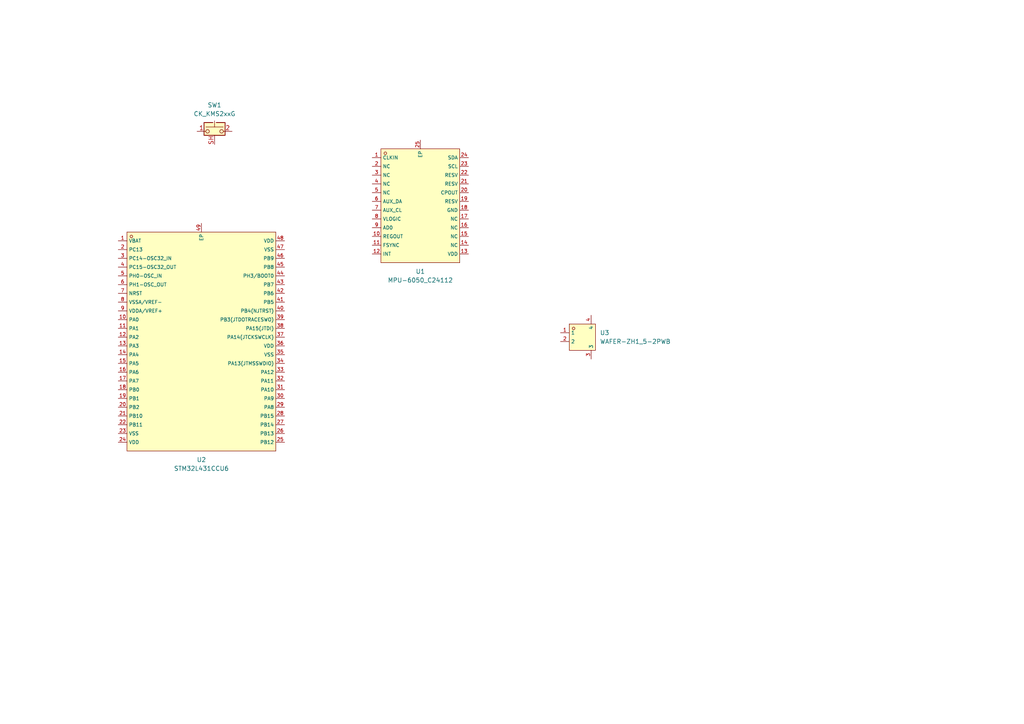
<source format=kicad_sch>
(kicad_sch (version 20231120) (generator "eeschema") (generator_version "8.0")
  (paper "A4")
  (lib_symbols
    (symbol "Switch:CK_KMS2xxG" (pin_names (offset 1.016) hide)
      (property "Reference" "SW" (at 4.318 2.032 0))
      (property "Value" "CK_KMS2xxG" (at 0 4.572 0))
      (symbol "CK_KMS2xxG_0_1"
        (circle (center -2.032 0) (radius 0.508))
        (polyline (pts (xy 0 1.27) (xy 0 3.048)))
        (polyline (pts (xy 2.54 1.27) (xy -2.54 1.27)))
        (polyline (pts (xy 0.508 2.54) (xy 3.048 2.54) (xy 3.048 -1.143) (xy -3.048 -1.143) (xy -3.048 2.54) (xy -0.508 2.54)) (stroke (width -0.0254)))
        (polyline (pts (xy 0.508 2.54) (xy 3.048 2.54) (xy 3.048 -1.143) (xy -3.048 -1.143) (xy -3.048 2.54) (xy -0.508 2.54)) (stroke (width 0.254)))
        (circle (center 2.032 0) (radius 0.508))
        (pin passive line (at -5.08 0 0) (length 2.54) (name "1") (number "1"))
        (pin passive line (at 5.08 0 180) (length 2.54) (name "2") (number "2"))
      )
      (symbol "CK_KMS2xxG_1_1"
        (rectangle (start -3.048 2.54) (end 3.048 -1.27) (stroke (width -0.0254)) (fill (type background)))
        (pin passive line (at 0 -3.81 90) (length 2.54) (name "B") (number "SH"))
      )
    )
    (symbol "symbol_lib:MPU-6050_C24112"
      (property "Reference" "U" (at 0 1.27 0))
      (property "Value" "MPU-6050_C24112" (at 0 -2.54 0))
      (symbol "MPU-6050_C24112_0_1"
        (rectangle (start -11.43 16.51) (end 11.43 -16.51) (fill (type background)))
        (circle (center -10.16 15.24) (radius 0.381) (fill (type background)))
        (pin unspecified line (at -13.97 13.97 0) (length 2.54) (name "CLKIN") (number "1"))
        (pin unspecified line (at -13.97 -8.89 0) (length 2.54) (name "REGOUT") (number "10"))
        (pin unspecified line (at -13.97 -11.43 0) (length 2.54) (name "FSYNC") (number "11"))
        (pin unspecified line (at -13.97 -13.97 0) (length 2.54) (name "INT") (number "12"))
        (pin unspecified line (at 13.97 -13.97 180) (length 2.54) (name "VDD") (number "13"))
        (pin unspecified line (at 13.97 -11.43 180) (length 2.54) (name "NC") (number "14"))
        (pin unspecified line (at 13.97 -8.89 180) (length 2.54) (name "NC") (number "15"))
        (pin unspecified line (at 13.97 -6.35 180) (length 2.54) (name "NC") (number "16"))
        (pin unspecified line (at 13.97 -3.81 180) (length 2.54) (name "NC") (number "17"))
        (pin unspecified line (at 13.97 -1.27 180) (length 2.54) (name "GND") (number "18"))
        (pin unspecified line (at 13.97 1.27 180) (length 2.54) (name "RESV") (number "19"))
        (pin unspecified line (at -13.97 11.43 0) (length 2.54) (name "NC") (number "2"))
        (pin unspecified line (at 13.97 3.81 180) (length 2.54) (name "CPOUT") (number "20"))
        (pin unspecified line (at 13.97 6.35 180) (length 2.54) (name "RESV") (number "21"))
        (pin unspecified line (at 13.97 8.89 180) (length 2.54) (name "RESV") (number "22"))
        (pin unspecified line (at 13.97 11.43 180) (length 2.54) (name "SCL") (number "23"))
        (pin unspecified line (at 13.97 13.97 180) (length 2.54) (name "SDA") (number "24"))
        (pin unspecified line (at 0 19.05 270) (length 2.54) (name "EP") (number "25"))
        (pin unspecified line (at -13.97 8.89 0) (length 2.54) (name "NC") (number "3"))
        (pin unspecified line (at -13.97 6.35 0) (length 2.54) (name "NC") (number "4"))
        (pin unspecified line (at -13.97 3.81 0) (length 2.54) (name "NC") (number "5"))
        (pin unspecified line (at -13.97 1.27 0) (length 2.54) (name "AUX_DA") (number "6"))
        (pin unspecified line (at -13.97 -1.27 0) (length 2.54) (name "AUX_CL") (number "7"))
        (pin unspecified line (at -13.97 -3.81 0) (length 2.54) (name "VLOGIC") (number "8"))
        (pin unspecified line (at -13.97 -6.35 0) (length 2.54) (name "AD0") (number "9"))
      )
    )
    (symbol "symbol_lib:STM32L431CCU6"
      (property "Reference" "U" (at 0 1.27 0))
      (property "Value" "STM32L431CCU6" (at 0 -2.54 0))
      (symbol "STM32L431CCU6_0_1"
        (rectangle (start -21.59 31.7501) (end 21.59 -31.7501) (fill (type background)))
        (circle (center -20.32 30.4801) (radius 0.381) (fill (type background)))
        (pin unspecified line (at -24.13 29.21 0) (length 2.54) (name "VBAT") (number "1"))
        (pin unspecified line (at -24.13 6.35 0) (length 2.54) (name "PA0") (number "10"))
        (pin unspecified line (at -24.13 3.81 0) (length 2.54) (name "PA1") (number "11"))
        (pin unspecified line (at -24.13 1.27 0) (length 2.54) (name "PA2") (number "12"))
        (pin unspecified line (at -24.13 -1.27 0) (length 2.54) (name "PA3") (number "13"))
        (pin unspecified line (at -24.13 -3.81 0) (length 2.54) (name "PA4") (number "14"))
        (pin unspecified line (at -24.13 -6.35 0) (length 2.54) (name "PA5") (number "15"))
        (pin unspecified line (at -24.13 -8.89 0) (length 2.54) (name "PA6") (number "16"))
        (pin unspecified line (at -24.13 -11.43 0) (length 2.54) (name "PA7") (number "17"))
        (pin unspecified line (at -24.13 -13.97 0) (length 2.54) (name "PB0") (number "18"))
        (pin unspecified line (at -24.13 -16.51 0) (length 2.54) (name "PB1") (number "19"))
        (pin unspecified line (at -24.13 26.67 0) (length 2.54) (name "PC13") (number "2"))
        (pin unspecified line (at -24.13 -19.05 0) (length 2.54) (name "PB2") (number "20"))
        (pin unspecified line (at -24.13 -21.59 0) (length 2.54) (name "PB10") (number "21"))
        (pin unspecified line (at -24.13 -24.13 0) (length 2.54) (name "PB11") (number "22"))
        (pin unspecified line (at -24.13 -26.67 0) (length 2.54) (name "VSS") (number "23"))
        (pin unspecified line (at -24.13 -29.21 0) (length 2.54) (name "VDD") (number "24"))
        (pin unspecified line (at 24.13 -29.21 180) (length 2.54) (name "PB12") (number "25"))
        (pin unspecified line (at 24.13 -26.67 180) (length 2.54) (name "PB13") (number "26"))
        (pin unspecified line (at 24.13 -24.13 180) (length 2.54) (name "PB14") (number "27"))
        (pin unspecified line (at 24.13 -21.59 180) (length 2.54) (name "PB15") (number "28"))
        (pin unspecified line (at 24.13 -19.05 180) (length 2.54) (name "PA8") (number "29"))
        (pin unspecified line (at -24.13 24.13 0) (length 2.54) (name "PC14-OSC32_IN") (number "3"))
        (pin unspecified line (at 24.13 -16.51 180) (length 2.54) (name "PA9") (number "30"))
        (pin unspecified line (at 24.13 -13.97 180) (length 2.54) (name "PA10") (number "31"))
        (pin unspecified line (at 24.13 -11.43 180) (length 2.54) (name "PA11") (number "32"))
        (pin unspecified line (at 24.13 -8.89 180) (length 2.54) (name "PA12") (number "33"))
        (pin unspecified line (at 24.13 -6.35 180) (length 2.54) (name "PA13(JTMSSWDIO)") (number "34"))
        (pin unspecified line (at 24.13 -3.81 180) (length 2.54) (name "VSS") (number "35"))
        (pin unspecified line (at 24.13 -1.27 180) (length 2.54) (name "VDD") (number "36"))
        (pin unspecified line (at 24.13 1.27 180) (length 2.54) (name "PA14(JTCKSWCLK)") (number "37"))
        (pin unspecified line (at 24.13 3.81 180) (length 2.54) (name "PA15(JTDI)") (number "38"))
        (pin unspecified line (at 24.13 6.35 180) (length 2.54) (name "PB3(JTDOTRACESWO)") (number "39"))
        (pin unspecified line (at -24.13 21.59 0) (length 2.54) (name "PC15-OSC32_OUT") (number "4"))
        (pin unspecified line (at 24.13 8.89 180) (length 2.54) (name "PB4(NJTRST)") (number "40"))
        (pin unspecified line (at 24.13 11.43 180) (length 2.54) (name "PB5") (number "41"))
        (pin unspecified line (at 24.13 13.97 180) (length 2.54) (name "PB6") (number "42"))
        (pin unspecified line (at 24.13 16.51 180) (length 2.54) (name "PB7") (number "43"))
        (pin unspecified line (at 24.13 19.05 180) (length 2.54) (name "PH3/BOOT0") (number "44"))
        (pin unspecified line (at 24.13 21.59 180) (length 2.54) (name "PB8") (number "45"))
        (pin unspecified line (at 24.13 24.13 180) (length 2.54) (name "PB9") (number "46"))
        (pin unspecified line (at 24.13 26.67 180) (length 2.54) (name "VSS") (number "47"))
        (pin unspecified line (at 24.13 29.21 180) (length 2.54) (name "VDD") (number "48"))
        (pin unspecified line (at 0 34.29 270) (length 2.54) (name "EP") (number "49"))
        (pin unspecified line (at -24.13 19.05 0) (length 2.54) (name "PH0-OSC_IN") (number "5"))
        (pin unspecified line (at -24.13 16.51 0) (length 2.54) (name "PH1-OSC_OUT") (number "6"))
        (pin unspecified line (at -24.13 13.97 0) (length 2.54) (name "NRST") (number "7"))
        (pin unspecified line (at -24.13 11.43 0) (length 2.54) (name "VSSA/VREF-") (number "8"))
        (pin unspecified line (at -24.13 8.89 0) (length 2.54) (name "VDDA/VREF+") (number "9"))
      )
    )
    (symbol "symbol_lib:WAFER-ZH1_5-2PWB"
      (property "Reference" "U" (at 0 1.27 0))
      (property "Value" "WAFER-ZH1_5-2PWB" (at 0 -2.54 0))
      (symbol "WAFER-ZH1_5-2PWB_0_1"
        (rectangle (start -2.54 3.81) (end 5.08 -3.81) (fill (type background)))
        (circle (center -1.27 2.54) (radius 0.381) (fill (type background)))
        (pin unspecified line (at -5.08 1.27 0) (length 2.54) (name "1") (number "1"))
        (pin unspecified line (at -5.08 -1.27 0) (length 2.54) (name "2") (number "2"))
        (pin unspecified line (at 3.81 -6.35 90) (length 2.54) (name "3") (number "3"))
        (pin unspecified line (at 3.81 6.35 270) (length 2.54) (name "4") (number "4"))
      )
    )
  )
  (symbol (lib_id "symbol_lib:MPU-6050_C24112") (at 121.92 59.69 0) (unit 1)
    (property "Reference" "U1" (at 121.92 78.74 0))
    (property "Value" "MPU-6050_C24112" (at 121.92 81.28 0))
    (property "Footprint" "footprint_lib:QFN-24_L4.0-W4.0-P0.50-BL-EP2.7" (effects (hide yes)))
    (property "Datasheet" "https://item.szlcsc.com/245167.html" (effects (hide yes)))
    (property "LCSC" "C24112" (effects (hide yes)))
  )
  (symbol (lib_id "symbol_lib:WAFER-ZH1_5-2PWB") (at 167.64 97.79 0) (unit 1)
    (property "Reference" "U3" (at 173.99 96.5199 0) (effects (justify left)))
    (property "Value" "WAFER-ZH1_5-2PWB" (at 173.99 99.0599 0) (effects (justify left)))
    (property "Footprint" "footprint_lib:CONN-SMD_2P-P1.50_XUNPU_WAFER-ZH1.5-2PWB" (effects (hide yes)))
    (property "Datasheet" "https://atta.szlcsc.com/upload/public/pdf/source/20220527/F63BB9927793921BBB0650484B18B1AD.pdf" (effects (hide yes)))
    (property "LCSC" "C3029422" (effects (hide yes)))
  )
  (symbol (lib_id "symbol_lib:STM32L431CCU6") (at 58.42 99.06 0) (unit 1)
    (property "Reference" "U2" (at 58.42 133.35 0))
    (property "Value" "STM32L431CCU6" (at 58.42 135.89 0))
    (property "Footprint" "footprint_lib:VQFN-48_L7.0-W7.0-P0.50-BL-EP5.5" (effects (hide yes)))
    (property "Datasheet" "https://atta.szlcsc.com/upload/public/pdf/source/20210718/C2150615_CB49DCE3CAAEC884878664FE5D5DB580.pdf" (effects (hide yes)))
    (property "LCSC" "C1337258" (effects (hide yes)))
  )
  (symbol (lib_id "Switch:CK_KMS2xxG") (at 62.23 38.1 0) (unit 1)
    (property "Reference" "SW1" (at 62.23 30.48 0))
    (property "Value" "CK_KMS2xxG" (at 62.23 33.02 0))
    (property "Footprint" "Button_Switch_SMD:SW_SPST_CK_KMS2xxGP" (effects (hide yes)))
    (property "Datasheet" "https://www.ckswitches.com/media/1482/kms.pdf" (effects (hide yes)))
    (property "Description" "Microminiature SMT Side Actuated, 4.2 x 2.8 x 1.42mm, without pegs, with shield pin" (effects (hide yes)))
  )
)
</source>
